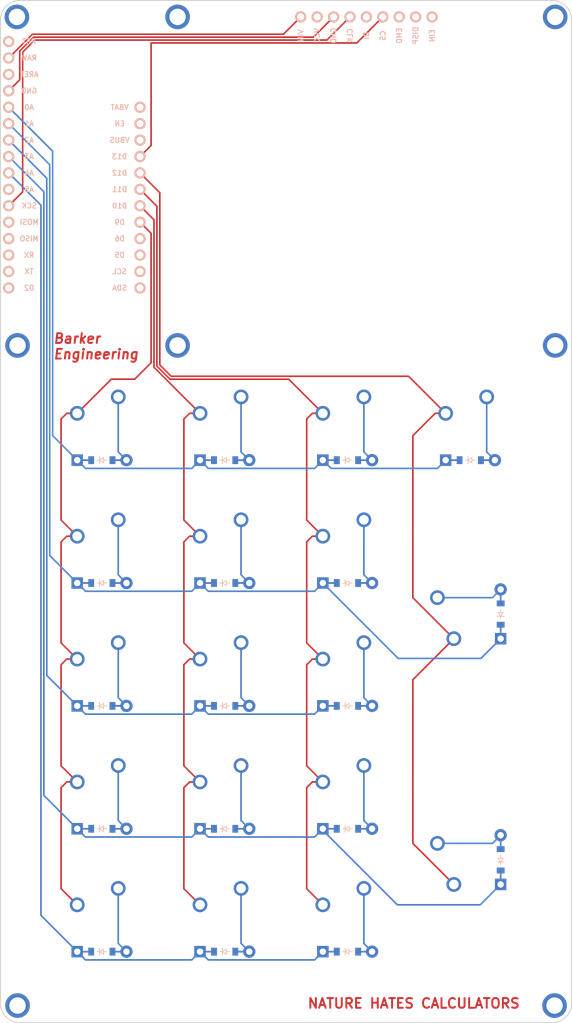
<source format=kicad_pcb>
(kicad_pcb (version 20211014) (generator pcbnew)
  (title_block (title "calq-18r") (date "2022-06-02") (rev "v1.0.0") (company "Barker Engineering") (comment 1 "Nature Hates Calculators"))
  (layers (0 "F.Cu" signal) (31 "B.Cu" signal) (34 "B.Paste" user) (35 "F.Paste" user) (36 "B.SilkS" user "B.Silkscreen") (37 "F.SilkS" user "F.Silkscreen") (38 "B.Mask" user) (39 "F.Mask" user) (44 "Edge.Cuts" user))
  (net 0 "")
  (net 1 "d_A_e")
  (net 2 "D9")
  (net 3 "A4")
  (net 4 "d_A_d")
  (net 5 "A3")
  (net 6 "d_A_c")
  (net 7 "A2")
  (net 8 "d_A_b")
  (net 9 "A1")
  (net 10 "d_A_a")
  (net 11 "A0")
  (net 12 "d_B_e")
  (net 13 "D10")
  (net 14 "d_B_d")
  (net 15 "d_B_c")
  (net 16 "d_B_b")
  (net 17 "d_B_a")
  (net 18 "d_C_e")
  (net 19 "D11")
  (net 20 "d_C_d")
  (net 21 "d_C_c")
  (net 22 "d_C_b")
  (net 23 "d_C_a")
  (net 24 "d_D_d")
  (net 25 "D12")
  (net 26 "d_D_b")
  (net 27 "d_D_a")
  (net 28 "VBAT")
  (net 29 "EN")
  (net 30 "VBUS")
  (net 31 "D13")
  (net 32 "D6")
  (net 33 "D5")
  (net 34 "SCL")
  (net 35 "SDA")
  (net 36 "RST")
  (net 37 "RAW")
  (net 38 "AREF")
  (net 39 "GND")
  (net 40 "A5")
  (net 41 "SCK")
  (net 42 "MOSI")
  (net 43 "MISO")
  (net 44 "RX")
  (net 45 "TX")
  (net 46 "D2")
  (net 47 "VCC")
  (net 48 "MO")
  (net 49 "EMD")
  (net 50 "DISP")
  (net 51 "EIN")
  (footprint "ComboDiode" (layer "F.Cu") (at 45.43 137.02)
    (fp_text reference "D3" hide)
    (fp_text value "" hide)
  )
  (footprint "ComboDiode" (layer "F.Cu") (at 83.43 156.02)
    (fp_text reference "D12" hide)
    (fp_text value "" hide)
  )
  (footprint "MX" (layer "F.Cu") (at 64.43 170.32)
    (fp_text reference "S6" hide)
    (fp_text value "" hide)
  )
  (footprint "ComboDiode" (layer "F.Cu") (at 102.43 99.02)
    (fp_text reference "D18" hide)
    (fp_text value "" hide)
  )
  (footprint "ComboDiode" (layer "F.Cu") (at 64.43 156.02)
    (fp_text reference "D7" hide)
    (fp_text value "" hide)
  )
  (footprint "ComboDiode" (layer "F.Cu") (at 64.43 99.02)
    (fp_text reference "D10" hide)
    (fp_text value "" hide)
  )
  (footprint "MX_stabilizer" (layer "F.Cu") (at 102.43 122.82 90)
    (fp_text reference "Stab1" hide)
    (fp_text value "" hide)
  )
  (footprint "ComboDiode" (layer "F.Cu") (at 64.43 137.02)
    (fp_text reference "D8" hide)
    (fp_text value "" hide)
  )
  (footprint "MX" (layer "F.Cu") (at 45.43 151.32)
    (fp_text reference "S2" hide)
    (fp_text value "" hide)
  )
  (footprint "ComboDiode" (layer "F.Cu") (at 83.43 137.02)
    (fp_text reference "D13" hide)
    (fp_text value "" hide)
  )
  (footprint "MX" (layer "F.Cu") (at 45.43 170.32)
    (fp_text reference "S1" hide)
    (fp_text value "" hide)
  )
  (footprint "MX" (layer "F.Cu") (at 102.43 94.32)
    (fp_text reference "S18" hide)
    (fp_text value "" hide)
  )
  (footprint "MX" (layer "F.Cu") (at 83.43 151.32)
    (fp_text reference "S12" hide)
    (fp_text value "" hide)
  )
  (footprint "MX" (layer "F.Cu") (at 64.43 151.32)
    (fp_text reference "S7" hide)
    (fp_text value "" hide)
  )
  (footprint "SHARP_2_7" (layer "F.Cu") (at 86.36 55.88)
    (fp_text reference "DISP1" hide)
    (fp_text value "DISP")
  )
  (footprint "MX" (layer "F.Cu") (at 83.43 94.32)
    (fp_text reference "S15" hide)
    (fp_text value "" hide)
  )
  (footprint "ComboDiode" (layer "F.Cu") (at 64.43 175.02)
    (fp_text reference "D6" hide)
    (fp_text value "" hide)
  )
  (footprint "MX" (layer "F.Cu") (at 102.43 122.82 90)
    (fp_text reference "S17" hide)
    (fp_text value "" hide)
  )
  (footprint "MX" (layer "F.Cu") (at 83.43 132.32)
    (fp_text reference "S13" hide)
    (fp_text value "" hide)
  )
  (footprint "ComboDiode" (layer "F.Cu") (at 45.43 156.02)
    (fp_text reference "D2" hide)
    (fp_text value "" hide)
  )
  (footprint "ComboDiode" (layer "F.Cu") (at 83.43 175.02)
    (fp_text reference "D11" hide)
    (fp_text value "" hide)
  )
  (footprint "ComboDiode" (layer "F.Cu") (at 45.43 118.02)
    (fp_text reference "D4" hide)
    (fp_text value "" hide)
  )
  (footprint "ComboDiode" (layer "F.Cu") (at 107.13 160.82 90)
    (fp_text reference "D16" hide)
    (fp_text value "" hide)
  )
  (footprint "ComboDiode" (layer "F.Cu") (at 83.43 99.02)
    (fp_text reference "D15" hide)
    (fp_text value "" hide)
  )
  (footprint "Feather_nRF52840" (layer "F.Cu") (at 41.18 53.34 -90)
    (fp_text reference "MCU1" hide)
    (fp_text value "" hide)
  )
  (footprint "MX" (layer "F.Cu") (at 45.43 113.32)
    (fp_text reference "S4" hide)
    (fp_text value "" hide)
  )
  (footprint "ComboDiode" (layer "F.Cu") (at 107.13 122.82 90)
    (fp_text reference "D17" hide)
    (fp_text value "" hide)
  )
  (footprint "Mnt" (layer "F.Cu") (at 32.39 183.36)
    (fp_text reference "")
    (fp_text value "")
  )
  (footprint "ComboDiode" (layer "F.Cu") (at 64.43 118.02)
    (fp_text reference "D9" hide)
    (fp_text value "" hide)
  )
  (footprint "MX_stabilizer" (layer "F.Cu") (at 102.43 160.82 90)
    (fp_text reference "Stab2" hide)
    (fp_text value "" hide)
  )
  (footprint "ComboDiode" (layer "F.Cu") (at 83.43 118.02)
    (fp_text reference "D14" hide)
    (fp_text value "" hide)
  )
  (footprint "MX" (layer "F.Cu") (at 83.43 113.32)
    (fp_text reference "S14" hide)
    (fp_text value "" hide)
  )
  (footprint "Mnt" (layer "F.Cu") (at 32.39 81.28)
    (fp_text reference "")
    (fp_text value "")
  )
  (footprint "MX" (layer "F.Cu") (at 45.43 94.32)
    (fp_text reference "S5" hide)
    (fp_text value "" hide)
  )
  (footprint "MX" (layer "F.Cu") (at 102.43 160.82 90)
    (fp_text reference "S16" hide)
    (fp_text value "" hide)
  )
  (footprint "MX" (layer "F.Cu") (at 45.43 132.32)
    (fp_text reference "S3" hide)
    (fp_text value "" hide)
  )
  (footprint "ComboDiode" (layer "F.Cu") (at 45.43 175.02)
    (fp_text reference "D1" hide)
    (fp_text value "" hide)
  )
  (footprint "MX" (layer "F.Cu") (at 64.43 113.32)
    (fp_text reference "S9" hide)
    (fp_text value "" hide)
  )
  (footprint "MX" (layer "F.Cu") (at 64.43 94.32)
    (fp_text reference "S10" hide)
    (fp_text value "" hide)
  )
  (footprint "Mnt" (layer "F.Cu") (at 115.47 183.36)
    (fp_text reference "")
    (fp_text value "")
  )
  (footprint "MX" (layer "F.Cu") (at 83.43 170.32)
    (fp_text reference "S11" hide)
    (fp_text value "" hide)
  )
  (footprint "ComboDiode" (layer "F.Cu") (at 45.43 99.02)
    (fp_text reference "D5" hide)
    (fp_text value "" hide)
  )
  (footprint "MX" (layer "F.Cu") (at 64.43 132.32)
    (fp_text reference "S8" hide)
    (fp_text value "" hide)
  )
  (gr_line (start 29.75 30.94) (end 29.75 183) (layer "Edge.Cuts") (width 0.15))
  (gr_line (start 32.75 186) (end 115.11 186) (layer "Edge.Cuts") (width 0.15))
  (gr_arc (start 118.11 183) (mid 117.23132 185.12132) (end 115.11 186) (layer "Edge.Cuts") (width 0.15))
  (gr_arc (start 29.75 30.94) (mid 30.62868 28.81868) (end 32.75 27.94) (layer "Edge.Cuts") (width 0.15))
  (gr_line (start 118.11 183) (end 118.11 30.94) (layer "Edge.Cuts") (width 0.15))
  (gr_arc (start 115.11 27.94) (mid 117.23132 28.81868) (end 118.11 30.94) (layer "Edge.Cuts") (width 0.15))
  (gr_line (start 115.11 27.94) (end 32.75 27.94) (layer "Edge.Cuts") (width 0.15))
  (gr_arc (start 32.75 186) (mid 30.62868 185.12132) (end 29.75 183) (layer "Edge.Cuts") (width 0.15))
  (gr_text "NATURE HATES CALCULATORS" (at 93.69 183.02) (layer "F.Cu") (effects (font (size 1.5 1.5) (thickness 0.3))))
  (gr_text "Barker\nEngineering" (at 37.81 81.42) (layer "F.Cu") (effects (font (size 1.5 1.5) (thickness 0.3) italic) (justify left)))
  (segment (start 47.08 175.02) (end 49.24 175.02) (width 0.25) (layer "F.Cu") (net 1))
  (segment (start 47.08 175.02) (end 49.24 175.02) (width 0.25) (layer "B.Cu") (net 1))
  (segment (start 47.97 165.24) (end 47.97 173.75) (width 0.25) (layer "B.Cu") (net 1))
  (segment (start 47.97 173.75) (end 49.24 175.02) (width 0.25) (layer "B.Cu") (net 1))
  (segment (start 39.124579 165.284579) (end 41.62 167.78) (width 0.25) (layer "F.Cu") (net 2))
  (segment (start 40.003554 91.78) (end 39.124579 92.658975) (width 0.25) (layer "F.Cu") (net 2))
  (segment (start 40.003554 110.78) (end 39.124579 111.658975) (width 0.25) (layer "F.Cu") (net 2))
  (segment (start 50.51 86.5) (end 46.9 86.5) (width 0.25) (layer "F.Cu") (net 2))
  (segment (start 39.124579 108.284579) (end 41.62 110.78) (width 0.25) (layer "F.Cu") (net 2))
  (segment (start 39.124579 127.284579) (end 41.62 129.78) (width 0.25) (layer "F.Cu") (net 2))
  (segment (start 39.124579 130.658975) (end 39.124579 146.284579) (width 0.25) (layer "F.Cu") (net 2))
  (segment (start 39.124579 111.658975) (end 39.124579 127.284579) (width 0.25) (layer "F.Cu") (net 2))
  (segment (start 39.124579 146.284579) (end 41.62 148.78) (width 0.25) (layer "F.Cu") (net 2))
  (segment (start 40.003554 129.78) (end 39.124579 130.658975) (width 0.25) (layer "F.Cu") (net 2))
  (segment (start 53.05 63.94) (end 53.05 83.96) (width 0.25) (layer "F.Cu") (net 2))
  (segment (start 51.34 62.23) (end 53.05 63.94) (width 0.25) (layer "F.Cu") (net 2))
  (segment (start 53.05 83.96) (end 50.51 86.5) (width 0.25) (layer "F.Cu") (net 2))
  (segment (start 41.62 110.78) (end 40.003554 110.78) (width 0.25) (layer "F.Cu") (net 2))
  (segment (start 39.124579 149.658975) (end 39.124579 165.284579) (width 0.25) (layer "F.Cu") (net 2))
  (segment (start 41.62 129.78) (end 40.003554 129.78) (width 0.25) (layer "F.Cu") (net 2))
  (segment (start 41.62 148.78) (end 40.003554 148.78) (width 0.25) (layer "F.Cu") (net 2))
  (segment (start 40.003554 148.78) (end 39.124579 149.658975) (width 0.25) (layer "F.Cu") (net 2))
  (segment (start 39.124579 92.658975) (end 39.124579 108.284579) (width 0.25) (layer "F.Cu") (net 2))
  (segment (start 41.62 91.78) (end 40.003554 91.78) (width 0.25) (layer "F.Cu") (net 2))
  (segment (start 46.9 86.5) (end 41.62 91.78) (width 0.25) (layer "F.Cu") (net 2))
  (segment (start 62.78 175.02) (end 60.62 175.02) (width 0.25) (layer "F.Cu") (net 3))
  (segment (start 81.78 175.02) (end 79.62 175.02) (width 0.25) (layer "F.Cu") (net 3))
  (segment (start 43.78 175.02) (end 41.62 175.02) (width 0.25) (layer "F.Cu") (net 3))
  (segment (start 79.62 175.02) (end 81.78 175.02) (width 0.25) (layer "B.Cu") (net 3))
  (segment (start 60.62 175.02) (end 62.78 175.02) (width 0.25) (layer "B.Cu") (net 3))
  (segment (start 60.62 175.02) (end 61.897011 176.297011) (width 0.25) (layer "B.Cu") (net 3))
  (segment (start 59.342989 176.297011) (end 60.62 175.02) (width 0.25) (layer "B.Cu") (net 3))
  (segment (start 41.62 175.02) (end 43.78 175.02) (width 0.25) (layer "B.Cu") (net 3))
  (segment (start 61.897011 176.297011) (end 78.342989 176.297011) (width 0.25) (layer "B.Cu") (net 3))
  (segment (start 42.897011 176.297011) (end 59.342989 176.297011) (width 0.25) (layer "B.Cu") (net 3))
  (segment (start 36.01192 59.60192) (end 36.01192 169.41192) (width 0.25) (layer "B.Cu") (net 3))
  (segment (start 36.01192 169.41192) (end 41.62 175.02) (width 0.25) (layer "B.Cu") (net 3))
  (segment (start 41.62 175.02) (end 42.897011 176.297011) (width 0.25) (layer "B.Cu") (net 3))
  (segment (start 78.342989 176.297011) (end 79.62 175.02) (width 0.25) (layer "B.Cu") (net 3))
  (segment (start 31.02 54.61) (end 36.01192 59.60192) (width 0.25) (layer "B.Cu") (net 3))
  (segment (start 47.08 156.02) (end 49.24 156.02) (width 0.25) (layer "F.Cu") (net 4))
  (segment (start 47.97 154.75) (end 49.24 156.02) (width 0.25) (layer "B.Cu") (net 4))
  (segment (start 47.08 156.02) (end 49.24 156.02) (width 0.25) (layer "B.Cu") (net 4))
  (segment (start 47.97 146.24) (end 47.97 154.75) (width 0.25) (layer "B.Cu") (net 4))
  (segment (start 43.78 156.02) (end 41.62 156.02) (width 0.25) (layer "F.Cu") (net 5))
  (segment (start 62.78 156.02) (end 60.62 156.02) (width 0.25) (layer "F.Cu") (net 5))
  (segment (start 107.13 162.47) (end 107.13 164.63) (width 0.25) (layer "F.Cu") (net 5))
  (segment (start 79.62 156.02) (end 81.78 156.02) (width 0.25) (layer "F.Cu") (net 5))
  (segment (start 107.13 164.63) (end 107.13 162.47) (width 0.25) (layer "B.Cu") (net 5))
  (segment (start 42.897011 157.297011) (end 59.342989 157.297011) (width 0.25) (layer "B.Cu") (net 5))
  (segment (start 36.46144 150.86144) (end 41.62 156.02) (width 0.25) (layer "B.Cu") (net 5))
  (segment (start 79.62 156.02) (end 81.78 156.02) (width 0.25) (layer "B.Cu") (net 5))
  (segment (start 36.46144 57.51144) (end 36.46144 150.86144) (width 0.25) (layer "B.Cu") (net 5))
  (segment (start 60.62 156.02) (end 62.78 156.02) (width 0.25) (layer "B.Cu") (net 5))
  (segment (start 107.13 164.63) (end 103.98 167.78) (width 0.25) (layer "B.Cu") (net 5))
  (segment (start 61.897011 157.297011) (end 78.342989 157.297011) (width 0.25) (layer "B.Cu") (net 5))
  (segment (start 41.62 156.02) (end 43.78 156.02) (width 0.25) (layer "B.Cu") (net 5))
  (segment (start 59.342989 157.297011) (end 60.62 156.02) (width 0.25) (layer "B.Cu") (net 5))
  (segment (start 31.02 52.07) (end 36.46144 57.51144) (width 0.25) (layer "B.Cu") (net 5))
  (segment (start 78.342989 157.297011) (end 79.62 156.02) (width 0.25) (layer "B.Cu") (net 5))
  (segment (start 91.15 167.78) (end 79.62 156.25) (width 0.25) (layer "B.Cu") (net 5))
  (segment (start 79.62 156.25) (end 79.62 156.02) (width 0.25) (layer "B.Cu") (net 5))
  (segment (start 103.98 167.78) (end 91.15 167.78) (width 0.25) (layer "B.Cu") (net 5))
  (segment (start 41.62 156.02) (end 42.897011 157.297011) (width 0.25) (layer "B.Cu") (net 5))
  (segment (start 60.62 156.02) (end 61.897011 157.297011) (width 0.25) (layer "B.Cu") (net 5))
  (segment (start 47.08 137.02) (end 49.24 137.02) (width 0.25) (layer "F.Cu") (net 6))
  (segment (start 47.08 137.02) (end 49.24 137.02) (width 0.25) (layer "B.Cu") (net 6))
  (segment (start 47.97 135.75) (end 49.24 137.02) (width 0.25) (layer "B.Cu") (net 6))
  (segment (start 47.97 127.24) (end 47.97 135.75) (width 0.25) (layer "B.Cu") (net 6))
  (segment (start 43.78 137.02) (end 41.62 137.02) (width 0.25) (layer "F.Cu") (net 7))
  (segment (start 62.78 137.02) (end 60.62 137.02) (width 0.25) (layer "F.Cu") (net 7))
  (segment (start 81.78 137.02) (end 79.62 137.02) (width 0.25) (layer "F.Cu") (net 7))
  (segment (start 42.897011 138.297011) (end 59.342989 138.297011) (width 0.25) (layer "B.Cu") (net 7))
  (segment (start 78.342989 138.297011) (end 79.62 137.02) (width 0.25) (layer "B.Cu") (net 7))
  (segment (start 36.91096 132.31096) (end 41.62 137.02) (width 0.25) (layer "B.Cu") (net 7))
  (segment (start 36.91096 55.42096) (end 36.91096 132.31096) (width 0.25) (layer "B.Cu") (net 7))
  (segment (start 60.62 137.02) (end 62.78 137.02) (width 0.25) (layer "B.Cu") (net 7))
  (segment (start 59.342989 138.297011) (end 60.62 137.02) (width 0.25) (layer "B.Cu") (net 7))
  (segment (start 31.02 49.53) (end 36.91096 55.42096) (width 0.25) (layer "B.Cu") (net 7))
  (segment (start 41.62 137.02) (end 43.78 137.02) (width 0.25) (layer "B.Cu") (net 7))
  (segment (start 41.62 137.02) (end 42.897011 138.297011) (width 0.25) (layer "B.Cu") (net 7))
  (segment (start 79.62 137.02) (end 81.78 137.02) (width 0.25) (layer "B.Cu") (net 7))
  (segment (start 60.62 137.02) (end 61.897011 138.297011) (width 0.25) (layer "B.Cu") (net 7))
  (segment (start 61.897011 138.297011) (end 78.342989 138.297011) (width 0.25) (layer "B.Cu") (net 7))
  (segment (start 47.08 118.02) (end 49.24 118.02) (width 0.25) (layer "F.Cu") (net 8))
  (segment (start 47.97 108.24) (end 47.97 116.75) (width 0.25) (layer "B.Cu") (net 8))
  (segment (start 47.08 118.02) (end 49.24 118.02) (width 0.25) (layer "B.Cu") (net 8))
  (segment (start 47.97 116.75) (end 49.24 118.02) (width 0.25) (layer "B.Cu") (net 8))
  (segment (start 60.62 118.02) (end 62.78 118.02) (width 0.25) (layer "F.Cu") (net 9))
  (segment (start 79.62 118.02) (end 81.78 118.02) (width 0.25) (layer "F.Cu") (net 9))
  (segment (start 41.62 118.02) (end 43.78 118.02) (width 0.25) (layer "F.Cu") (net 9))
  (segment (start 107.13 124.47) (end 107.13 126.63) (width 0.25) (layer "F.Cu") (net 9))
  (segment (start 61.897011 119.297011) (end 78.342989 119.297011) (width 0.25) (layer "B.Cu") (net 9))
  (segment (start 41.62 118.02) (end 43.78 118.02) (width 0.25) (layer "B.Cu") (net 9))
  (segment (start 37.36048 53.33048) (end 37.36048 113.76048) (width 0.25) (layer "B.Cu") (net 9))
  (segment (start 91.28 129.68) (end 79.62 118.02) (width 0.25) (layer "B.Cu") (net 9))
  (segment (start 60.62 118.02) (end 62.78 118.02) (width 0.25) (layer "B.Cu") (net 9))
  (segment (start 107.13 126.63) (end 104.08 129.68) (width 0.25) (layer "B.Cu") (net 9))
  (segment (start 31.02 46.99) (end 37.36048 53.33048) (width 0.25) (layer "B.Cu") (net 9))
  (segment (start 42.897011 119.297011) (end 59.342989 119.297011) (width 0.25) (layer "B.Cu") (net 9))
  (segment (start 79.62 118.02) (end 81.78 118.02) (width 0.25) (layer "B.Cu") (net 9))
  (segment (start 78.342989 119.297011) (end 79.62 118.02) (width 0.25) (layer "B.Cu") (net 9))
  (segment (start 104.08 129.68) (end 91.28 129.68) (width 0.25) (layer "B.Cu") (net 9))
  (segment (start 59.342989 119.297011) (end 60.62 118.02) (width 0.25) (layer "B.Cu") (net 9))
  (segment (start 107.13 126.63) (end 107.13 124.47) (width 0.25) (layer "B.Cu") (net 9))
  (segment (start 37.36048 113.76048) (end 41.62 118.02) (width 0.25) (layer "B.Cu") (net 9))
  (segment (start 41.62 118.02) (end 42.897011 119.297011) (width 0.25) (layer "B.Cu") (net 9))
  (segment (start 60.62 118.02) (end 61.897011 119.297011) (width 0.25) (layer "B.Cu") (net 9))
  (segment (start 47.08 99.02) (end 49.24 99.02) (width 0.25) (layer "F.Cu") (net 10))
  (segment (start 47.97 97.75) (end 49.24 99.02) (width 0.25) (layer "B.Cu") (net 10))
  (segment (start 47.08 99.02) (end 49.24 99.02) (width 0.25) (layer "B.Cu") (net 10))
  (segment (start 47.97 89.24) (end 47.97 97.75) (width 0.25) (layer "B.Cu") (net 10))
  (segment (start 81.78 99.02) (end 79.62 99.02) (width 0.25) (layer "F.Cu") (net 11))
  (segment (start 60.62 99.02) (end 62.78 99.02) (width 0.25) (layer "F.Cu") (net 11))
  (segment (start 41.62 99.02) (end 43.78 99.02) (width 0.25) (layer "F.Cu") (net 11))
  (segment (start 98.62 99.02) (end 100.78 99.02) (width 0.25) (layer "F.Cu") (net 11))
  (segment (start 80.897011 100.297011) (end 97.342989 100.297011) (width 0.25) (layer "B.Cu") (net 11))
  (segment (start 97.342989 100.297011) (end 98.62 99.02) (width 0.25) (layer "B.Cu") (net 11))
  (segment (start 79.62 99.02) (end 81.78 99.02) (width 0.25) (layer "B.Cu") (net 11))
  (segment (start 98.62 99.02) (end 100.78 99.02) (width 0.25) (layer "B.Cu") (net 11))
  (segment (start 60.62 99.02) (end 62.78 99.02) (width 0.25) (layer "B.Cu") (net 11))
  (segment (start 61.897011 100.297011) (end 78.342989 100.297011) (width 0.25) (layer "B.Cu") (net 11))
  (segment (start 41.62 99.02) (end 43.78 99.02) (width 0.25) (layer "B.Cu") (net 11))
  (segment (start 79.62 99.02) (end 80.897011 100.297011) (width 0.25) (layer "B.Cu") (net 11))
  (segment (start 37.81 51.24) (end 37.81 95.21) (width 0.25) (layer "B.Cu") (net 11))
  (segment (start 59.342989 100.297011) (end 60.62 99.02) (width 0.25) (layer "B.Cu") (net 11))
  (segment (start 31.02 44.45) (end 37.81 51.24) (width 0.25) (layer "B.Cu") (net 11))
  (segment (start 60.62 99.02) (end 61.897011 100.297011) (width 0.25) (layer "B.Cu") (net 11))
  (segment (start 41.62 99.02) (end 42.897011 100.297011) (width 0.25) (layer "B.Cu") (net 11))
  (segment (start 78.342989 100.297011) (end 79.62 99.02) (width 0.25) (layer "B.Cu") (net 11))
  (segment (start 42.897011 100.297011) (end 59.342989 100.297011) (width 0.25) (layer "B.Cu") (net 11))
  (segment (start 37.81 95.21) (end 41.62 99.02) (width 0.25) (layer "B.Cu") (net 11))
  (segment (start 66.08 175.02) (end 68.24 175.02) (width 0.25) (layer "F.Cu") (net 12))
  (segment (start 68.24 175.02) (end 66.97 173.75) (width 0.25) (layer "B.Cu") (net 12))
  (segment (start 66.97 173.75) (end 66.97 165.24) (width 0.25) (layer "B.Cu") (net 12))
  (segment (start 66.08 175.02) (end 68.24 175.02) (width 0.25) (layer "B.Cu") (net 12))
  (segment (start 59.003554 110.78) (end 58.124579 111.658975) (width 0.25) (layer "F.Cu") (net 13))
  (segment (start 58.124579 111.658975) (end 58.124579 127.284579) (width 0.25) (layer "F.Cu") (net 13))
  (segment (start 58.124579 92.658975) (end 58.124579 108.284579) (width 0.25) (layer "F.Cu") (net 13))
  (segment (start 58.124579 108.284579) (end 60.62 110.78) (width 0.25) (layer "F.Cu") (net 13))
  (segment (start 53.49952 84.65952) (end 60.62 91.78) (width 0.25) (layer "F.Cu") (net 13))
  (segment (start 51.34 59.69) (end 53.49952 61.84952) (width 0.25) (layer "F.Cu") (net 13))
  (segment (start 58.124579 149.658975) (end 58.124579 165.284579) (width 0.25) (layer "F.Cu") (net 13))
  (segment (start 60.62 148.78) (end 59.003554 148.78) (width 0.25) (layer "F.Cu") (net 13))
  (segment (start 59.003554 91.78) (end 58.124579 92.658975) (width 0.25) (layer "F.Cu") (net 13))
  (segment (start 59.003554 129.78) (end 58.124579 130.658975) (width 0.25) (layer "F.Cu") (net 13))
  (segment (start 60.62 129.78) (end 59.003554 129.78) (width 0.25) (layer "F.Cu") (net 13))
  (segment (start 58.124579 130.658975) (end 58.124579 146.284579) (width 0.25) (layer "F.Cu") (net 13))
  (segment (start 58.124579 127.284579) (end 60.62 129.78) (width 0.25) (layer "F.Cu") (net 13))
  (segment (start 58.124579 165.284579) (end 60.62 167.78) (width 0.25) (layer "F.Cu") (net 13))
  (segment (start 58.124579 146.284579) (end 60.62 148.78) (width 0.25) (layer "F.Cu") (net 13))
  (segment (start 60.62 110.78) (end 59.003554 110.78) (width 0.25) (layer "F.Cu") (net 13))
  (segment (start 53.49952 61.84952) (end 53.49952 84.65952) (width 0.25) (layer "F.Cu") (net 13))
  (segment (start 60.62 91.78) (end 59.003554 91.78) (width 0.25) (layer "F.Cu") (net 13))
  (segment (start 59.003554 148.78) (end 58.124579 149.658975) (width 0.25) (layer "F.Cu") (net 13))
  (segment (start 66.08 156.02) (end 68.24 156.02) (width 0.25) (layer "F.Cu") (net 14))
  (segment (start 66.97 146.24) (end 66.97 154.75) (width 0.25) (layer "B.Cu") (net 14))
  (segment (start 66.08 156.02) (end 68.24 156.02) (width 0.25) (layer "B.Cu") (net 14))
  (segment (start 66.97 154.75) (end 68.24 156.02) (width 0.25) (layer "B.Cu") (net 14))
  (segment (start 66.08 137.02) (end 68.24 137.02) (width 0.25) (layer "F.Cu") (net 15))
  (segment (start 66.97 135.75) (end 68.24 137.02) (width 0.25) (layer "B.Cu") (net 15))
  (segment (start 66.97 127.24) (end 66.97 135.75) (width 0.25) (layer "B.Cu") (net 15))
  (segment (start 66.08 137.02) (end 68.24 137.02) (width 0.25) (layer "B.Cu") (net 15))
  (segment (start 66.08 118.02) (end 68.24 118.02) (width 0.25) (layer "F.Cu") (net 16))
  (segment (start 66.97 108.24) (end 66.97 116.75) (width 0.25) (layer "B.Cu") (net 16))
  (segment (start 66.97 116.75) (end 68.24 118.02) (width 0.25) (layer "B.Cu") (net 16))
  (segment (start 66.08 118.02) (end 68.24 118.02) (width 0.25) (layer "B.Cu") (net 16))
  (segment (start 66.08 99.02) (end 68.24 99.02) (width 0.25) (layer "F.Cu") (net 17))
  (segment (start 66.08 99.02) (end 68.24 99.02) (width 0.25) (layer "B.Cu") (net 17))
  (segment (start 66.97 89.24) (end 66.97 97.75) (width 0.25) (layer "B.Cu") (net 17))
  (segment (start 66.97 97.75) (end 68.24 99.02) (width 0.25) (layer "B.Cu") (net 17))
  (segment (start 85.08 175.02) (end 87.24 175.02) (width 0.25) (layer "F.Cu") (net 18))
  (segment (start 85.97 165.24) (end 85.97 173.75) (width 0.25) (layer "B.Cu") (net 18))
  (segment (start 85.08 175.02) (end 87.24 175.02) (width 0.25) (layer "B.Cu") (net 18))
  (segment (start 85.97 173.75) (end 87.24 175.02) (width 0.25) (layer "B.Cu") (net 18))
  (segment (start 74.34 86.5) (end 79.62 91.78) (width 0.25) (layer "F.Cu") (net 19))
  (segment (start 78.003554 110.78) (end 77.124579 111.658975) (width 0.25) (layer "F.Cu") (net 19))
  (segment (start 77.124579 111.658975) (end 77.124579 127.284579) (width 0.25) (layer "F.Cu") (net 19))
  (segment (start 55.975718 86.5) (end 74.34 86.5) (width 0.25) (layer "F.Cu") (net 19))
  (segment (start 77.124579 165.284579) (end 79.62 167.78) (width 0.25) (layer "F.Cu") (net 19))
  (segment (start 53.94904 59.75904) (end 53.94904 84.473322) (width 0.25) (layer "F.Cu") (net 19))
  (segment (start 78.003554 129.78) (end 77.124579 130.658975) (width 0.25) (layer "F.Cu") (net 19))
  (segment (start 77.124579 146.284579) (end 79.62 148.78) (width 0.25) (layer "F.Cu") (net 19))
  (segment (start 79.62 91.78) (end 78.003554 91.78) (width 0.25) (layer "F.Cu") (net 19))
  (segment (start 53.94904 84.473322) (end 55.975718 86.5) (width 0.25) (layer "F.Cu") (net 19))
  (segment (start 79.62 148.78) (end 78.003554 148.78) (width 0.25) (layer "F.Cu") (net 19))
  (segment (start 77.124579 127.284579) (end 79.62 129.78) (width 0.25) (layer "F.Cu") (net 19))
  (segment (start 78.003554 91.78) (end 77.124579 92.658975) (width 0.25) (layer "F.Cu") (net 19))
  (segment (start 79.62 110.78) (end 78.003554 110.78) (width 0.25) (layer "F.Cu") (net 19))
  (segment (start 51.34 57.15) (end 53.94904 59.75904) (width 0.25) (layer "F.Cu") (net 19))
  (segment (start 79.62 129.78) (end 78.003554 129.78) (width 0.25) (layer "F.Cu") (net 19))
  (segment (start 78.003554 148.78) (end 77.124579 149.658975) (width 0.25) (layer "F.Cu") (net 19))
  (segment (start 77.124579 149.658975) (end 77.124579 165.284579) (width 0.25) (layer "F.Cu") (net 19))
  (segment (start 77.124579 108.284579) (end 79.62 110.78) (width 0.25) (layer "F.Cu") (net 19))
  (segment (start 77.124579 92.658975) (end 77.124579 108.284579) (width 0.25) (layer "F.Cu") (net 19))
  (segment (start 77.124579 130.658975) (end 77.124579 146.284579) (width 0.25) (layer "F.Cu") (net 19))
  (segment (start 85.08 156.02) (end 87.24 156.02) (width 0.25) (layer "F.Cu") (net 20))
  (segment (start 85.97 154.75) (end 87.24 156.02) (width 0.25) (layer "B.Cu") (net 20))
  (segment (start 85.08 156.02) (end 87.24 156.02) (width 0.25) (layer "B.Cu") (net 20))
  (segment (start 85.97 146.24) (end 85.97 154.75) (width 0.25) (layer "B.Cu") (net 20))
  (segment (start 85.08 137.02) (end 87.24 137.02) (width 0.25) (layer "F.Cu") (net 21))
  (segment (start 85.97 135.75) (end 87.24 137.02) (width 0.25) (layer "B.Cu") (net 21))
  (segment (start 85.08 137.02) (end 87.24 137.02) (width 0.25) (layer "B.Cu") (net 21))
  (segment (start 85.97 127.24) (end 85.97 135.75) (width 0.25) (layer "B.Cu") (net 21))
  (segment (start 85.08 118.02) (end 87.24 118.02) (width 0.25) (layer "F.Cu") (net 22))
  (segment (start 85.97 108.24) (end 85.97 116.75) (width 0.25) (layer "B.Cu") (net 22))
  (segment (start 85.97 116.75) (end 87.24 118.02) (width 0.25) (layer "B.Cu") (net 22))
  (segment (start 85.08 118.02) (end 87.24 118.02) (width 0.25) (layer "B.Cu") (net 22))
  (segment (start 85.08 99.02) (end 87.24 99.02) (width 0.25) (layer "F.Cu") (net 23))
  (segment (start 85.97 97.75) (end 87.24 99.02) (width 0.25) (layer "B.Cu") (net 23))
  (segment (start 85.08 99.02) (end 87.24 99.02) (width 0.25) (layer "B.Cu") (net 23))
  (segment (start 85.97 89.24) (end 85.97 97.75) (width 0.25) (layer "B.Cu") (net 23))
  (segment (start 107.13 159.17) (end 107.13 157.01) (width 0.25) (layer "F.Cu") (net 24))
  (segment (start 97.35 158.28) (end 105.86 158.28) (width 0.25) (layer "B.Cu") (net 24))
  (segment (start 105.86 158.28) (end 107.13 157.01) (width 0.25) (layer "B.Cu") (net 24))
  (segment (start 107.13 159.17) (end 107.13 157.01) (width 0.25) (layer "B.Cu") (net 24))
  (segment (start 54.39856 84.287124) (end 56.161916 86.05048) (width 0.25) (layer "F.Cu") (net 25))
  (segment (start 93.546479 132.973521) (end 93.546479 158.286479) (width 0.25) (layer "F.Cu") (net 25))
  (segment (start 56.161916 86.05048) (end 92.89048 86.05048) (width 0.25) (layer "F.Cu") (net 25))
  (segment (start 54.39856 57.66856) (end 54.39856 84.287124) (width 0.25) (layer "F.Cu") (net 25))
  (segment (start 92.89048 86.05048) (end 98.62 91.78) (width 0.25) (layer "F.Cu") (net 25))
  (segment (start 93.546479 120.286479) (end 99.89 126.63) (width 0.25) (layer "F.Cu") (net 25))
  (segment (start 93.546479 158.286479) (end 99.89 164.63) (width 0.25) (layer "F.Cu") (net 25))
  (segment (start 98.62 91.78) (end 97.003554 91.78) (width 0.25) (layer "F.Cu") (net 25))
  (segment (start 99.89 126.63) (end 93.546479 132.973521) (width 0.25) (layer "F.Cu") (net 25))
  (segment (start 97.003554 91.78) (end 93.546479 95.237075) (width 0.25) (layer "F.Cu") (net 25))
  (segment (start 93.546479 95.237075) (end 93.546479 120.286479) (width 0.25) (layer "F.Cu") (net 25))
  (segment (start 51.34 54.61) (end 54.39856 57.66856) (width 0.25) (layer "F.Cu") (net 25))
  (segment (start 107.13 121.17) (end 107.13 119.01) (width 0.25) (layer "F.Cu") (net 26))
  (segment (start 97.35 120.28) (end 105.86 120.28) (width 0.25) (layer "B.Cu") (net 26))
  (segment (start 107.13 121.17) (end 107.13 119.01) (width 0.25) (layer "B.Cu") (net 26))
  (segment (start 105.86 120.28) (end 107.13 119.01) (width 0.25) (layer "B.Cu") (net 26))
  (segment (start 104.08 99.02) (end 106.24 99.02) (width 0.25) (layer "F.Cu") (net 27))
  (segment (start 104.08 99.02) (end 106.24 99.02) (width 0.25) (layer "B.Cu") (net 27))
  (segment (start 106.24 99.02) (end 104.97 97.75) (width 0.25) (layer "B.Cu") (net 27))
  (segment (start 104.97 97.75) (end 104.97 89.24) (width 0.25) (layer "B.Cu") (net 27))
  (segment (start 51.34 52.07) (end 53.05 50.36) (width 0.25) (layer "F.Cu") (net 31))
  (segment (start 53.05 50.36) (end 53.05 34.50856) (width 0.25) (layer "F.Cu") (net 31))
  (segment (start 53.05 34.50856) (end 84.87144 34.50856) (width 0.25) (layer "F.Cu") (net 31))
  (segment (start 84.87144 34.50856) (end 88.9 30.48) (width 0.25) (layer "F.Cu") (net 31))
  (segment (start 31.02 36.83) (end 34.69 33.16) (width 0.25) (layer "F.Cu") (net 37))
  (segment (start 73.52 33.16) (end 76.2 30.48) (width 0.25) (layer "F.Cu") (net 37))
  (segment (start 34.69 33.16) (end 73.52 33.16) (width 0.25) (layer "F.Cu") (net 37))
  (segment (start 32.73 40.2) (end 32.73 35.755718) (width 0.25) (layer "F.Cu") (net 39))
  (segment (start 31.02 41.91) (end 32.73 40.2) (width 0.25) (layer "F.Cu") (net 39))
  (segment (start 32.73 35.755718) (end 34.876198 33.60952) (width 0.25) (layer "F.Cu") (net 39))
  (segment (start 34.876198 33.60952) (end 78.15048 33.60952) (width 0.25) (layer "F.Cu") (net 39))
  (segment (start 78.15048 33.60952) (end 81.28 30.48) (width 0.25) (layer "F.Cu") (net 39))
  (segment (start 80.24096 34.05904) (end 83.82 30.48) (width 0.25) (layer "F.Cu") (net 41))
  (segment (start 33.17952 35.941916) (end 35.062396 34.05904) (width 0.25) (layer "F.Cu") (net 41))
  (segment (start 33.17952 57.53048) (end 33.17952 35.941916) (width 0.25) (layer "F.Cu") (net 41))
  (segment (start 31.02 59.69) (end 33.17952 57.53048) (width 0.25) (layer "F.Cu") (net 41))
  (segment (start 35.062396 34.05904) (end 80.24096 34.05904) (width 0.25) (layer "F.Cu") (net 41))
)
</source>
